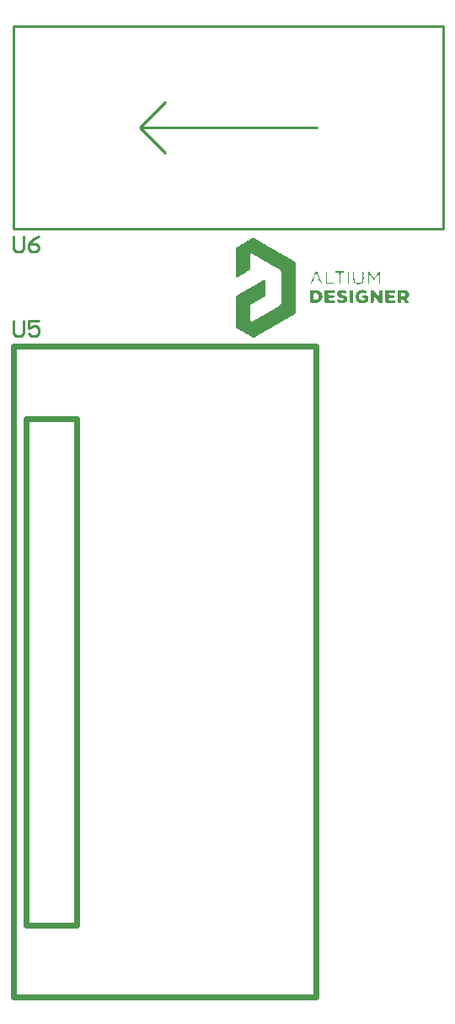
<source format=gbo>
G04*
G04 #@! TF.GenerationSoftware,Altium Limited,Altium Designer,18.1.9 (240)*
G04*
G04 Layer_Color=32896*
%FSLAX25Y25*%
%MOIN*%
G70*
G01*
G75*
%ADD10C,0.01000*%
%ADD12C,0.02362*%
G36*
X255481Y397739D02*
X255334D01*
Y397593D01*
Y397446D01*
Y397300D01*
Y397154D01*
Y397008D01*
Y396862D01*
Y396716D01*
Y396570D01*
Y396424D01*
Y396278D01*
Y396132D01*
X255481D01*
Y395985D01*
X255334D01*
Y395839D01*
X255481D01*
Y395693D01*
X255334D01*
Y395547D01*
X255481D01*
Y395401D01*
X255334D01*
Y395255D01*
X255481D01*
Y395109D01*
X255334D01*
Y394963D01*
X255481D01*
Y394817D01*
X255334D01*
Y394671D01*
X255481D01*
Y394524D01*
X255334D01*
Y394378D01*
X255481D01*
Y394232D01*
X255334D01*
Y394086D01*
X255481D01*
Y393940D01*
X255334D01*
Y393794D01*
X255481D01*
Y393648D01*
X255334D01*
Y393502D01*
Y393356D01*
X255481D01*
Y393210D01*
X255773D01*
Y393356D01*
Y393502D01*
Y393648D01*
Y393794D01*
Y393940D01*
Y394086D01*
Y394232D01*
Y394378D01*
Y394524D01*
Y394671D01*
Y394817D01*
Y394963D01*
Y395109D01*
Y395255D01*
Y395401D01*
Y395547D01*
Y395693D01*
Y395839D01*
Y395985D01*
Y396132D01*
Y396278D01*
X255919D01*
Y396424D01*
Y396570D01*
X256211D01*
Y396424D01*
X256357D01*
Y396278D01*
X256503D01*
Y396132D01*
X256649D01*
Y395985D01*
X256796D01*
Y395839D01*
X256942D01*
Y395693D01*
Y395547D01*
X257088D01*
Y395401D01*
X257234D01*
Y395255D01*
X257380D01*
Y395109D01*
Y394963D01*
X257526D01*
Y394817D01*
Y394671D01*
X257818D01*
Y394817D01*
X257964D01*
Y394963D01*
X258110D01*
Y395109D01*
Y395255D01*
X258257D01*
Y395401D01*
X258403D01*
Y395547D01*
X258549D01*
Y395693D01*
Y395839D01*
X258695D01*
Y395985D01*
X258841D01*
Y396132D01*
Y396278D01*
X258987D01*
Y396424D01*
X259133D01*
Y396570D01*
X259572D01*
Y396424D01*
X259718D01*
Y396278D01*
Y396132D01*
Y395985D01*
Y395839D01*
Y395693D01*
Y395547D01*
Y395401D01*
Y395255D01*
Y395109D01*
Y394963D01*
Y394817D01*
Y394671D01*
Y394524D01*
Y394378D01*
Y394232D01*
Y394086D01*
Y393940D01*
Y393794D01*
Y393648D01*
Y393502D01*
Y393356D01*
Y393210D01*
X259864D01*
Y393063D01*
X260010D01*
Y393210D01*
X260156D01*
Y393356D01*
Y393502D01*
Y393648D01*
Y393794D01*
Y393940D01*
Y394086D01*
Y394232D01*
Y394378D01*
Y394524D01*
Y394671D01*
Y394817D01*
Y394963D01*
Y395109D01*
Y395255D01*
Y395401D01*
Y395547D01*
Y395693D01*
Y395839D01*
Y395985D01*
Y396132D01*
Y396278D01*
Y396424D01*
Y396570D01*
Y396716D01*
Y396862D01*
Y397008D01*
Y397154D01*
Y397300D01*
Y397446D01*
Y397593D01*
Y397739D01*
X260010D01*
Y397885D01*
X259572D01*
Y397739D01*
X259425D01*
Y397593D01*
X259279D01*
Y397446D01*
Y397300D01*
X259133D01*
Y397154D01*
Y397008D01*
X258987D01*
Y396862D01*
X258841D01*
Y396716D01*
Y396570D01*
X258695D01*
Y396424D01*
Y396278D01*
X258549D01*
Y396132D01*
X258403D01*
Y395985D01*
X258257D01*
Y395839D01*
Y395693D01*
X258110D01*
Y395547D01*
X257380D01*
Y395693D01*
X257234D01*
Y395839D01*
Y395985D01*
X257088D01*
Y396132D01*
X256942D01*
Y396278D01*
X256796D01*
Y396424D01*
Y396570D01*
X256649D01*
Y396716D01*
Y396862D01*
X256503D01*
Y397008D01*
X256357D01*
Y397154D01*
Y397300D01*
X256211D01*
Y397446D01*
Y397593D01*
X256065D01*
Y397739D01*
X255919D01*
Y397885D01*
X255481D01*
Y397739D01*
D02*
G37*
G36*
X249636Y397593D02*
Y397446D01*
Y397300D01*
Y397154D01*
Y397008D01*
Y396862D01*
Y396716D01*
Y396570D01*
Y396424D01*
Y396278D01*
Y396132D01*
Y395985D01*
Y395839D01*
Y395693D01*
Y395547D01*
Y395401D01*
Y395255D01*
Y395109D01*
Y394963D01*
Y394817D01*
Y394671D01*
Y394524D01*
X249782D01*
Y394378D01*
Y394232D01*
Y394086D01*
Y393940D01*
X249929D01*
Y393794D01*
Y393648D01*
X250075D01*
Y393502D01*
X250221D01*
Y393356D01*
X250367D01*
Y393210D01*
X250513D01*
Y393063D01*
X251097D01*
Y392917D01*
X252266D01*
Y393063D01*
X252705D01*
Y393210D01*
X252997D01*
Y393356D01*
X253143D01*
Y393502D01*
X253289D01*
Y393648D01*
X253435D01*
Y393794D01*
Y393940D01*
X253581D01*
Y394086D01*
Y394232D01*
Y394378D01*
Y394524D01*
Y394671D01*
Y394817D01*
Y394963D01*
X253727D01*
Y395109D01*
X253581D01*
Y395255D01*
X253727D01*
Y395401D01*
X253581D01*
Y395547D01*
X253727D01*
Y395693D01*
Y395839D01*
Y395985D01*
X253581D01*
Y396132D01*
X253727D01*
Y396278D01*
X253581D01*
Y396424D01*
X253727D01*
Y396570D01*
X253581D01*
Y396716D01*
X253727D01*
Y396862D01*
Y397008D01*
Y397154D01*
X253581D01*
Y397300D01*
X253727D01*
Y397446D01*
X253581D01*
Y397593D01*
Y397739D01*
X253289D01*
Y397593D01*
Y397446D01*
Y397300D01*
Y397154D01*
Y397008D01*
Y396862D01*
Y396716D01*
Y396570D01*
Y396424D01*
Y396278D01*
Y396132D01*
Y395985D01*
Y395839D01*
Y395693D01*
Y395547D01*
Y395401D01*
Y395255D01*
Y395109D01*
Y394963D01*
Y394817D01*
Y394671D01*
Y394524D01*
Y394378D01*
X253143D01*
Y394232D01*
Y394086D01*
Y393940D01*
X252997D01*
Y393794D01*
X252851D01*
Y393648D01*
X252705D01*
Y393502D01*
X252412D01*
Y393356D01*
X250951D01*
Y393502D01*
X250659D01*
Y393648D01*
X250513D01*
Y393794D01*
X250367D01*
Y393940D01*
X250221D01*
Y394086D01*
Y394232D01*
X250075D01*
Y394378D01*
Y394524D01*
Y394671D01*
Y394817D01*
Y394963D01*
Y395109D01*
Y395255D01*
X249929D01*
Y395401D01*
Y395547D01*
Y395693D01*
Y395839D01*
Y395985D01*
Y396132D01*
Y396278D01*
Y396424D01*
Y396570D01*
Y396716D01*
Y396862D01*
Y397008D01*
Y397154D01*
Y397300D01*
Y397446D01*
Y397593D01*
Y397739D01*
X249636D01*
Y397593D01*
D02*
G37*
G36*
X256649Y390434D02*
X256503D01*
Y390287D01*
X256357D01*
Y390141D01*
Y389995D01*
Y389849D01*
Y389703D01*
Y389557D01*
Y389411D01*
Y389265D01*
Y389119D01*
Y388972D01*
Y388826D01*
Y388680D01*
Y388534D01*
Y388388D01*
Y388242D01*
Y388096D01*
Y387950D01*
Y387804D01*
Y387657D01*
Y387511D01*
Y387365D01*
Y387219D01*
Y387073D01*
Y386927D01*
Y386781D01*
Y386635D01*
Y386489D01*
Y386343D01*
Y386196D01*
Y386050D01*
Y385904D01*
Y385758D01*
X256503D01*
Y385612D01*
X257526D01*
Y385758D01*
Y385904D01*
Y386050D01*
X257672D01*
Y386196D01*
Y386343D01*
Y386489D01*
Y386635D01*
Y386781D01*
Y386927D01*
Y387073D01*
Y387219D01*
Y387365D01*
Y387511D01*
Y387657D01*
X257818D01*
Y387804D01*
X258257D01*
Y387657D01*
X258403D01*
Y387511D01*
Y387365D01*
X258549D01*
Y387219D01*
X258695D01*
Y387073D01*
X258841D01*
Y386927D01*
X258987D01*
Y386781D01*
Y386635D01*
X259133D01*
Y386489D01*
X259279D01*
Y386343D01*
X259425D01*
Y386196D01*
X259572D01*
Y386050D01*
Y385904D01*
X259718D01*
Y385758D01*
X259864D01*
Y385612D01*
X261033D01*
Y385758D01*
Y385904D01*
Y386050D01*
Y386196D01*
Y386343D01*
Y386489D01*
Y386635D01*
Y386781D01*
Y386927D01*
Y387073D01*
Y387219D01*
Y387365D01*
Y387511D01*
Y387657D01*
Y387804D01*
Y387950D01*
Y388096D01*
Y388242D01*
Y388388D01*
Y388534D01*
Y388680D01*
Y388826D01*
Y388972D01*
Y389119D01*
Y389265D01*
Y389411D01*
Y389557D01*
Y389703D01*
Y389849D01*
Y389995D01*
Y390141D01*
Y390287D01*
Y390434D01*
X260886D01*
Y390580D01*
X260010D01*
Y390434D01*
X259864D01*
Y390287D01*
Y390141D01*
Y389995D01*
Y389849D01*
Y389703D01*
Y389557D01*
Y389411D01*
Y389265D01*
Y389119D01*
Y388972D01*
X259718D01*
Y388826D01*
Y388680D01*
Y388534D01*
X259572D01*
Y388388D01*
X259279D01*
Y388534D01*
X259133D01*
Y388680D01*
X258987D01*
Y388826D01*
X258841D01*
Y388972D01*
Y389119D01*
X258695D01*
Y389265D01*
X258549D01*
Y389411D01*
X258403D01*
Y389557D01*
Y389703D01*
X258257D01*
Y389849D01*
X258110D01*
Y389995D01*
X257964D01*
Y390141D01*
X257818D01*
Y390287D01*
X257672D01*
Y390434D01*
X257526D01*
Y390580D01*
X256649D01*
Y390434D01*
D02*
G37*
G36*
X252851Y390580D02*
X252120D01*
Y390434D01*
X251682D01*
Y390287D01*
X251536D01*
Y390141D01*
X251390D01*
Y389995D01*
X251097D01*
Y389849D01*
X250951D01*
Y389703D01*
Y389557D01*
X250805D01*
Y389411D01*
Y389265D01*
X250659D01*
Y389119D01*
Y388972D01*
X250513D01*
Y388826D01*
Y388680D01*
Y388534D01*
Y388388D01*
X250367D01*
Y388242D01*
Y388096D01*
Y387950D01*
Y387804D01*
Y387657D01*
X250513D01*
Y387511D01*
Y387365D01*
Y387219D01*
Y387073D01*
X250659D01*
Y386927D01*
Y386781D01*
X250805D01*
Y386635D01*
X250951D01*
Y386489D01*
Y386343D01*
X251097D01*
Y386196D01*
X251244D01*
Y386050D01*
X251536D01*
Y385904D01*
X251682D01*
Y385758D01*
X251974D01*
Y385612D01*
X252558D01*
Y385466D01*
X253873D01*
Y385612D01*
X254458D01*
Y385758D01*
X254750D01*
Y385904D01*
X255042D01*
Y386050D01*
X255188D01*
Y386196D01*
X255334D01*
Y386343D01*
Y386489D01*
Y386635D01*
Y386781D01*
Y386927D01*
Y387073D01*
Y387219D01*
Y387365D01*
Y387511D01*
Y387657D01*
Y387804D01*
Y387950D01*
Y388096D01*
Y388242D01*
X255188D01*
Y388388D01*
X254458D01*
Y388534D01*
X254312D01*
Y388388D01*
X254166D01*
Y388534D01*
X254019D01*
Y388388D01*
X253289D01*
Y388242D01*
X253143D01*
Y388096D01*
Y387950D01*
Y387804D01*
X253289D01*
Y387657D01*
Y387511D01*
X253873D01*
Y387365D01*
X254019D01*
Y387219D01*
Y387073D01*
Y386927D01*
Y386781D01*
X253727D01*
Y386635D01*
X252705D01*
Y386781D01*
X252266D01*
Y386927D01*
X252120D01*
Y387073D01*
Y387219D01*
X251974D01*
Y387365D01*
Y387511D01*
X251828D01*
Y387657D01*
Y387804D01*
Y387950D01*
Y388096D01*
Y388242D01*
Y388388D01*
Y388534D01*
Y388680D01*
X251974D01*
Y388826D01*
Y388972D01*
X252120D01*
Y389119D01*
X252266D01*
Y389265D01*
X252412D01*
Y389411D01*
X252705D01*
Y389557D01*
X253581D01*
Y389411D01*
X254019D01*
Y389265D01*
X254458D01*
Y389411D01*
X254750D01*
Y389557D01*
Y389703D01*
X254896D01*
Y389849D01*
Y389995D01*
Y390141D01*
X254750D01*
Y390287D01*
X254604D01*
Y390434D01*
X254312D01*
Y390580D01*
X253435D01*
Y390726D01*
X252851D01*
Y390580D01*
D02*
G37*
G36*
X248468Y390434D02*
X248175D01*
Y390287D01*
Y390141D01*
Y389995D01*
Y389849D01*
Y389703D01*
Y389557D01*
Y389411D01*
Y389265D01*
Y389119D01*
Y388972D01*
Y388826D01*
Y388680D01*
Y388534D01*
Y388388D01*
Y388242D01*
Y388096D01*
Y387950D01*
Y387804D01*
Y387657D01*
Y387511D01*
Y387365D01*
Y387219D01*
Y387073D01*
Y386927D01*
Y386781D01*
Y386635D01*
Y386489D01*
Y386343D01*
Y386196D01*
Y386050D01*
Y385904D01*
Y385758D01*
X248322D01*
Y385612D01*
X249344D01*
Y385758D01*
Y385904D01*
X249490D01*
Y386050D01*
Y386196D01*
Y386343D01*
Y386489D01*
Y386635D01*
Y386781D01*
Y386927D01*
Y387073D01*
Y387219D01*
Y387365D01*
Y387511D01*
Y387657D01*
Y387804D01*
Y387950D01*
Y388096D01*
Y388242D01*
Y388388D01*
Y388534D01*
Y388680D01*
Y388826D01*
Y388972D01*
Y389119D01*
Y389265D01*
Y389411D01*
Y389557D01*
Y389703D01*
Y389849D01*
Y389995D01*
Y390141D01*
Y390287D01*
X249344D01*
Y390434D01*
X249198D01*
Y390580D01*
X248468D01*
Y390434D01*
D02*
G37*
G36*
X262494D02*
X262201D01*
Y390287D01*
Y390141D01*
Y389995D01*
Y389849D01*
Y389703D01*
Y389557D01*
Y389411D01*
Y389265D01*
Y389119D01*
Y388972D01*
Y388826D01*
Y388680D01*
Y388534D01*
Y388388D01*
Y388242D01*
Y388096D01*
Y387950D01*
Y387804D01*
Y387657D01*
Y387511D01*
Y387365D01*
Y387219D01*
Y387073D01*
Y386927D01*
Y386781D01*
Y386635D01*
Y386489D01*
Y386343D01*
Y386196D01*
Y386050D01*
Y385904D01*
Y385758D01*
X262348D01*
Y385612D01*
X266146D01*
Y385758D01*
Y385904D01*
X266292D01*
Y386050D01*
X266146D01*
Y386196D01*
Y386343D01*
Y386489D01*
X266000D01*
Y386635D01*
X263955D01*
Y386781D01*
X263662D01*
Y386927D01*
X263516D01*
Y387073D01*
Y387219D01*
X263662D01*
Y387365D01*
X263808D01*
Y387511D01*
X265270D01*
Y387657D01*
X265708D01*
Y387804D01*
X265854D01*
Y387950D01*
Y388096D01*
Y388242D01*
Y388388D01*
Y388534D01*
X264101D01*
Y388680D01*
X263662D01*
Y388826D01*
Y388972D01*
X263516D01*
Y389119D01*
X263662D01*
Y389265D01*
Y389411D01*
X263955D01*
Y389557D01*
X266000D01*
Y389703D01*
X266146D01*
Y389849D01*
Y389995D01*
Y390141D01*
Y390287D01*
Y390434D01*
X266000D01*
Y390580D01*
X262494D01*
Y390434D01*
D02*
G37*
G36*
X267461D02*
X267169D01*
Y390287D01*
Y390141D01*
Y389995D01*
Y389849D01*
Y389703D01*
Y389557D01*
Y389411D01*
Y389265D01*
Y389119D01*
Y388972D01*
Y388826D01*
Y388680D01*
Y388534D01*
Y388388D01*
Y388242D01*
Y388096D01*
Y387950D01*
Y387804D01*
Y387657D01*
Y387511D01*
Y387365D01*
Y387219D01*
Y387073D01*
Y386927D01*
Y386781D01*
Y386635D01*
Y386489D01*
Y386343D01*
Y386196D01*
Y386050D01*
Y385904D01*
Y385758D01*
X267315D01*
Y385612D01*
X268338D01*
Y385758D01*
X268484D01*
Y385904D01*
Y386050D01*
Y386196D01*
Y386343D01*
Y386489D01*
Y386635D01*
Y386781D01*
X268630D01*
Y386927D01*
X269360D01*
Y386781D01*
X269507D01*
Y386635D01*
Y386489D01*
X269653D01*
Y386343D01*
X269799D01*
Y386196D01*
X269945D01*
Y386050D01*
Y385904D01*
X270091D01*
Y385758D01*
X270237D01*
Y385612D01*
X271552D01*
Y385758D01*
Y385904D01*
X271406D01*
Y386050D01*
Y386196D01*
X271260D01*
Y386343D01*
X271114D01*
Y386489D01*
Y386635D01*
X270968D01*
Y386781D01*
X270821D01*
Y386927D01*
Y387073D01*
Y387219D01*
Y387365D01*
X270968D01*
Y387511D01*
Y387657D01*
X271114D01*
Y387804D01*
X271260D01*
Y387950D01*
X271406D01*
Y388096D01*
Y388242D01*
X271552D01*
Y388388D01*
Y388534D01*
X271698D01*
Y388680D01*
Y388826D01*
Y388972D01*
Y389119D01*
Y389265D01*
X271552D01*
Y389411D01*
Y389557D01*
Y389703D01*
X271406D01*
Y389849D01*
X271260D01*
Y389995D01*
X271114D01*
Y390141D01*
X270968D01*
Y390287D01*
X270821D01*
Y390434D01*
X270383D01*
Y390580D01*
X267461D01*
Y390434D01*
D02*
G37*
G36*
X209166Y411034D02*
Y410888D01*
Y410742D01*
X208873D01*
Y410596D01*
X208581D01*
Y410450D01*
X208435D01*
Y410304D01*
X208143D01*
Y410157D01*
X207851D01*
Y410011D01*
X207558D01*
Y409865D01*
X207266D01*
Y409719D01*
X207120D01*
Y409573D01*
X206828D01*
Y409427D01*
X206536D01*
Y409281D01*
X206243D01*
Y409135D01*
X206097D01*
Y408989D01*
X205805D01*
Y408843D01*
X205513D01*
Y408697D01*
X205221D01*
Y408550D01*
X205075D01*
Y408404D01*
X204782D01*
Y408258D01*
X204490D01*
Y408112D01*
X204344D01*
Y407966D01*
X204052D01*
Y407820D01*
X203760D01*
Y407674D01*
X203614D01*
Y407528D01*
X203321D01*
Y407382D01*
X203029D01*
Y407235D01*
Y407089D01*
Y406943D01*
Y406797D01*
Y406651D01*
Y406505D01*
Y406359D01*
Y406213D01*
Y406067D01*
Y405921D01*
Y405774D01*
Y405628D01*
Y405482D01*
Y405336D01*
Y405190D01*
Y405044D01*
Y404898D01*
Y404752D01*
Y404606D01*
Y404459D01*
Y404313D01*
Y404167D01*
Y404021D01*
Y403875D01*
Y403729D01*
Y403583D01*
Y403437D01*
Y403291D01*
Y403145D01*
Y402998D01*
Y402852D01*
Y402706D01*
Y402560D01*
Y402414D01*
Y402268D01*
Y402122D01*
Y401976D01*
Y401830D01*
Y401684D01*
Y401537D01*
Y401391D01*
Y401245D01*
Y401099D01*
Y400953D01*
Y400807D01*
Y400661D01*
Y400515D01*
Y400369D01*
Y400222D01*
Y400076D01*
Y399930D01*
Y399784D01*
Y399638D01*
Y399492D01*
Y399346D01*
Y399200D01*
Y399054D01*
Y398907D01*
Y398761D01*
Y398615D01*
Y398469D01*
Y398323D01*
Y398177D01*
Y398031D01*
Y397885D01*
Y397739D01*
Y397593D01*
Y397446D01*
Y397300D01*
Y397154D01*
Y397008D01*
Y396862D01*
Y396716D01*
Y396570D01*
Y396424D01*
Y396278D01*
Y396132D01*
Y395985D01*
Y395839D01*
Y395693D01*
Y395547D01*
X203467D01*
Y395693D01*
X203760D01*
Y395839D01*
X204052D01*
Y395985D01*
X204344D01*
Y396132D01*
X204490D01*
Y396278D01*
X204782D01*
Y396424D01*
X205075D01*
Y396570D01*
X205367D01*
Y396716D01*
X205659D01*
Y396862D01*
X205805D01*
Y397008D01*
X206097D01*
Y397154D01*
X206390D01*
Y397300D01*
X206682D01*
Y397446D01*
X206828D01*
Y397593D01*
X207120D01*
Y397739D01*
X207266D01*
Y397885D01*
X207558D01*
Y398031D01*
X207851D01*
Y398177D01*
X208143D01*
Y398323D01*
X208289D01*
Y398469D01*
X208581D01*
Y398615D01*
X208727D01*
Y398761D01*
X208873D01*
Y398907D01*
Y399054D01*
Y399200D01*
Y399346D01*
Y399492D01*
Y399638D01*
Y399784D01*
Y399930D01*
Y400076D01*
Y400222D01*
Y400369D01*
Y400515D01*
Y400661D01*
Y400807D01*
Y400953D01*
Y401099D01*
Y401245D01*
Y401391D01*
Y401537D01*
Y401684D01*
Y401830D01*
Y401976D01*
Y402122D01*
Y402268D01*
Y402414D01*
Y402560D01*
Y402706D01*
Y402852D01*
Y402998D01*
Y403145D01*
Y403291D01*
Y403437D01*
Y403583D01*
Y403729D01*
Y403875D01*
Y404021D01*
Y404167D01*
Y404313D01*
Y404459D01*
Y404606D01*
Y404752D01*
X209019D01*
Y404898D01*
X209166D01*
Y405044D01*
X209458D01*
Y404898D01*
X209750D01*
Y404752D01*
X210042D01*
Y404606D01*
X210334D01*
Y404459D01*
X210480D01*
Y404313D01*
X210773D01*
Y404167D01*
X211065D01*
Y404021D01*
X211357D01*
Y403875D01*
X211503D01*
Y403729D01*
X211795D01*
Y403583D01*
X212088D01*
Y403437D01*
X212380D01*
Y403291D01*
X212526D01*
Y403145D01*
X212818D01*
Y402998D01*
X212964D01*
Y402852D01*
X213403D01*
Y402706D01*
X213549D01*
Y402560D01*
X213841D01*
Y402414D01*
X214133D01*
Y402268D01*
X214425D01*
Y402122D01*
X214571D01*
Y401976D01*
X214864D01*
Y401830D01*
X215156D01*
Y401684D01*
X215448D01*
Y401537D01*
X215594D01*
Y401391D01*
X215886D01*
Y401245D01*
X216179D01*
Y401099D01*
X216325D01*
Y400953D01*
X216617D01*
Y400807D01*
X216909D01*
Y400661D01*
X217201D01*
Y400515D01*
X217494D01*
Y400369D01*
X217640D01*
Y400222D01*
X217932D01*
Y400076D01*
X218224D01*
Y399930D01*
X218370D01*
Y399784D01*
X218662D01*
Y399638D01*
X218954D01*
Y399492D01*
X219247D01*
Y399346D01*
X219393D01*
Y399200D01*
X219685D01*
Y399054D01*
X219977D01*
Y398907D01*
X220123D01*
Y398761D01*
X220416D01*
Y398615D01*
X220562D01*
Y398469D01*
X220708D01*
Y398323D01*
Y398177D01*
X220854D01*
Y398031D01*
Y397885D01*
X221000D01*
Y397739D01*
Y397593D01*
Y397446D01*
Y397300D01*
Y397154D01*
Y397008D01*
Y396862D01*
Y396716D01*
Y396570D01*
Y396424D01*
Y396278D01*
Y396132D01*
Y395985D01*
Y395839D01*
Y395693D01*
Y395547D01*
Y395401D01*
Y395255D01*
Y395109D01*
Y394963D01*
Y394817D01*
Y394671D01*
Y394524D01*
Y394378D01*
Y394232D01*
Y394086D01*
Y393940D01*
Y393794D01*
Y393648D01*
Y393502D01*
Y393356D01*
Y393210D01*
Y393063D01*
Y392917D01*
Y392771D01*
Y392625D01*
Y392479D01*
Y392333D01*
Y392187D01*
Y392041D01*
Y391895D01*
Y391748D01*
Y391602D01*
Y391456D01*
Y391310D01*
Y391164D01*
Y391018D01*
Y390872D01*
Y390726D01*
Y390580D01*
Y390434D01*
Y390287D01*
Y390141D01*
Y389995D01*
Y389849D01*
Y389703D01*
Y389557D01*
Y389411D01*
Y389265D01*
Y389119D01*
Y388972D01*
Y388826D01*
Y388680D01*
Y388534D01*
Y388388D01*
Y388242D01*
Y388096D01*
Y387950D01*
Y387804D01*
Y387657D01*
Y387511D01*
Y387365D01*
Y387219D01*
Y387073D01*
Y386927D01*
Y386781D01*
Y386635D01*
Y386489D01*
Y386343D01*
Y386196D01*
Y386050D01*
Y385904D01*
Y385758D01*
Y385612D01*
Y385466D01*
Y385320D01*
X220854D01*
Y385174D01*
Y385028D01*
Y384881D01*
X220708D01*
Y384735D01*
X220562D01*
Y384589D01*
X220416D01*
Y384443D01*
X220269D01*
Y384297D01*
X220123D01*
Y384151D01*
X219831D01*
Y384005D01*
X219539D01*
Y383859D01*
X219247D01*
Y383713D01*
X219101D01*
Y383567D01*
X218808D01*
Y383420D01*
X218516D01*
Y383274D01*
X218224D01*
Y383128D01*
X218078D01*
Y382982D01*
X217786D01*
Y382836D01*
X217494D01*
Y382690D01*
X217347D01*
Y382544D01*
X217055D01*
Y382398D01*
X216763D01*
Y382252D01*
X216471D01*
Y382105D01*
X216179D01*
Y381959D01*
X216033D01*
Y381813D01*
X215740D01*
Y381667D01*
X215448D01*
Y381521D01*
X215302D01*
Y381375D01*
X215010D01*
Y381229D01*
X214718D01*
Y381083D01*
X214425D01*
Y380937D01*
X214279D01*
Y380791D01*
X213987D01*
Y380644D01*
X213695D01*
Y380498D01*
X213403D01*
Y380352D01*
X213257D01*
Y380206D01*
X212964D01*
Y380060D01*
X212672D01*
Y379914D01*
X212380D01*
Y379768D01*
X212234D01*
Y379622D01*
X211942D01*
Y379476D01*
X211649D01*
Y379330D01*
X211357D01*
Y379184D01*
X211211D01*
Y379037D01*
X210919D01*
Y378891D01*
X210627D01*
Y378745D01*
X210334D01*
Y378599D01*
X210188D01*
Y378453D01*
X209896D01*
Y378307D01*
X209604D01*
Y378161D01*
X209019D01*
Y378307D01*
Y378453D01*
X208873D01*
Y378599D01*
Y378745D01*
Y378891D01*
Y379037D01*
Y379184D01*
Y379330D01*
Y379476D01*
Y379622D01*
Y379768D01*
Y379914D01*
Y380060D01*
Y380206D01*
Y380352D01*
Y380498D01*
Y380644D01*
Y380791D01*
Y380937D01*
Y381083D01*
Y381229D01*
Y381375D01*
Y381521D01*
Y381667D01*
Y381813D01*
Y381959D01*
Y382105D01*
Y382252D01*
Y382398D01*
Y382544D01*
Y382690D01*
Y382836D01*
Y382982D01*
Y383128D01*
Y383274D01*
Y383420D01*
Y383567D01*
Y383713D01*
Y383859D01*
Y384005D01*
Y384151D01*
Y384297D01*
Y384443D01*
Y384589D01*
Y384735D01*
X209019D01*
Y384881D01*
X209166D01*
Y385028D01*
X209312D01*
Y385174D01*
X209458D01*
Y385320D01*
X209750D01*
Y385466D01*
X210042D01*
Y385612D01*
X210334D01*
Y385758D01*
X210627D01*
Y385904D01*
X210773D01*
Y386050D01*
X211065D01*
Y386196D01*
X211357D01*
Y386343D01*
X211503D01*
Y386489D01*
X211795D01*
Y386635D01*
X212088D01*
Y386781D01*
X212380D01*
Y386927D01*
X212672D01*
Y387073D01*
X212818D01*
Y387219D01*
X213110D01*
Y387365D01*
X213403D01*
Y387511D01*
X213695D01*
Y387657D01*
X213841D01*
Y387804D01*
X214133D01*
Y387950D01*
X214425D01*
Y388096D01*
X214571D01*
Y388242D01*
X214718D01*
Y388388D01*
Y388534D01*
X214864D01*
Y388680D01*
Y388826D01*
Y388972D01*
Y389119D01*
Y389265D01*
Y389411D01*
Y389557D01*
Y389703D01*
Y389849D01*
Y389995D01*
Y390141D01*
Y390287D01*
Y390434D01*
Y390580D01*
Y390726D01*
Y390872D01*
Y391018D01*
Y391164D01*
Y391310D01*
Y391456D01*
Y391602D01*
Y391748D01*
Y391895D01*
Y392041D01*
Y392187D01*
Y392333D01*
Y392479D01*
Y392625D01*
Y392771D01*
Y392917D01*
Y393063D01*
Y393210D01*
Y393356D01*
Y393502D01*
Y393648D01*
Y393794D01*
Y393940D01*
Y394086D01*
Y394232D01*
Y394378D01*
Y394524D01*
X214718D01*
Y394671D01*
X214133D01*
Y394524D01*
X213841D01*
Y394378D01*
X213549D01*
Y394232D01*
X213257D01*
Y394086D01*
X213110D01*
Y393940D01*
X212818D01*
Y393794D01*
X212526D01*
Y393648D01*
X212380D01*
Y393502D01*
X212088D01*
Y393356D01*
X211795D01*
Y393210D01*
X211503D01*
Y393063D01*
X211357D01*
Y392917D01*
X211065D01*
Y392771D01*
X210773D01*
Y392625D01*
X210480D01*
Y392479D01*
X210334D01*
Y392333D01*
X210042D01*
Y392187D01*
X209750D01*
Y392041D01*
X209604D01*
Y391895D01*
X209312D01*
Y391748D01*
X209019D01*
Y391602D01*
X208727D01*
Y391456D01*
X208435D01*
Y391310D01*
X208289D01*
Y391164D01*
X207997D01*
Y391018D01*
X207704D01*
Y390872D01*
X207558D01*
Y390726D01*
X207266D01*
Y390580D01*
X206974D01*
Y390434D01*
X206682D01*
Y390287D01*
X206536D01*
Y390141D01*
X206243D01*
Y389995D01*
X205951D01*
Y389849D01*
X205805D01*
Y389703D01*
X205513D01*
Y389557D01*
X205221D01*
Y389411D01*
X204928D01*
Y389265D01*
X204782D01*
Y389119D01*
X204490D01*
Y388972D01*
X204198D01*
Y388826D01*
X204052D01*
Y388680D01*
X203760D01*
Y388534D01*
X203614D01*
Y388388D01*
X203321D01*
Y388242D01*
X203029D01*
Y388096D01*
Y387950D01*
Y387804D01*
Y387657D01*
Y387511D01*
Y387365D01*
Y387219D01*
Y387073D01*
Y386927D01*
Y386781D01*
Y386635D01*
Y386489D01*
Y386343D01*
Y386196D01*
Y386050D01*
Y385904D01*
Y385758D01*
Y385612D01*
Y385466D01*
Y385320D01*
Y385174D01*
Y385028D01*
Y384881D01*
Y384735D01*
Y384589D01*
Y384443D01*
Y384297D01*
Y384151D01*
Y384005D01*
Y383859D01*
Y383713D01*
Y383567D01*
Y383420D01*
Y383274D01*
Y383128D01*
Y382982D01*
Y382836D01*
Y382690D01*
Y382544D01*
Y382398D01*
Y382252D01*
Y382105D01*
Y381959D01*
Y381813D01*
Y381667D01*
Y381521D01*
Y381375D01*
Y381229D01*
Y381083D01*
Y380937D01*
Y380791D01*
Y380644D01*
Y380498D01*
Y380352D01*
Y380206D01*
Y380060D01*
Y379914D01*
Y379768D01*
Y379622D01*
Y379476D01*
Y379330D01*
Y379184D01*
Y379037D01*
Y378891D01*
Y378745D01*
Y378599D01*
Y378453D01*
Y378307D01*
Y378161D01*
Y378015D01*
Y377869D01*
Y377722D01*
Y377576D01*
Y377430D01*
Y377284D01*
Y377138D01*
Y376992D01*
Y376846D01*
Y376700D01*
Y376554D01*
Y376408D01*
Y376261D01*
Y376115D01*
Y375969D01*
Y375823D01*
Y375677D01*
X203467D01*
Y375531D01*
X203614D01*
Y375385D01*
X203906D01*
Y375239D01*
X204198D01*
Y375093D01*
X204490D01*
Y374946D01*
X204636D01*
Y374800D01*
X204928D01*
Y374654D01*
X205075D01*
Y374508D01*
X205367D01*
Y374362D01*
X205659D01*
Y374216D01*
X205951D01*
Y374070D01*
X206243D01*
Y373924D01*
X206390D01*
Y373778D01*
X206682D01*
Y373632D01*
X206974D01*
Y373485D01*
X207120D01*
Y373339D01*
X207412D01*
Y373193D01*
X207704D01*
Y373047D01*
X207997D01*
Y372901D01*
X208289D01*
Y372755D01*
X208435D01*
Y372609D01*
X208727D01*
Y372463D01*
X209019D01*
Y372317D01*
X209166D01*
Y372170D01*
X209312D01*
Y372024D01*
X209458D01*
Y371878D01*
X210773D01*
Y372024D01*
X210919D01*
Y372170D01*
Y372317D01*
X211211D01*
Y372463D01*
X211503D01*
Y372609D01*
X211649D01*
Y372755D01*
X211942D01*
Y372901D01*
X212234D01*
Y373047D01*
X212526D01*
Y373193D01*
X212672D01*
Y373339D01*
X212964D01*
Y373485D01*
X213257D01*
Y373632D01*
X213403D01*
Y373778D01*
X213695D01*
Y373924D01*
X213987D01*
Y374070D01*
X214133D01*
Y374216D01*
X214571D01*
Y374362D01*
X214718D01*
Y374508D01*
X215010D01*
Y374654D01*
X215302D01*
Y374800D01*
X215594D01*
Y374946D01*
X215740D01*
Y375093D01*
X216033D01*
Y375239D01*
X216325D01*
Y375385D01*
X216471D01*
Y375531D01*
X216763D01*
Y375677D01*
X217055D01*
Y375823D01*
X217347D01*
Y375969D01*
X217494D01*
Y376115D01*
X217786D01*
Y376261D01*
X218078D01*
Y376408D01*
X218370D01*
Y376554D01*
X218516D01*
Y376700D01*
X218808D01*
Y376846D01*
X219101D01*
Y376992D01*
X219393D01*
Y377138D01*
X219685D01*
Y377284D01*
X219831D01*
Y377430D01*
X220123D01*
Y377576D01*
X220416D01*
Y377722D01*
X220562D01*
Y377869D01*
X220854D01*
Y378015D01*
X221146D01*
Y378161D01*
X221438D01*
Y378307D01*
X221584D01*
Y378453D01*
X221877D01*
Y378599D01*
X222169D01*
Y378745D01*
X222315D01*
Y378891D01*
X222607D01*
Y379037D01*
X222899D01*
Y379184D01*
X223192D01*
Y379330D01*
X223484D01*
Y379476D01*
X223630D01*
Y379622D01*
X223922D01*
Y379768D01*
X224068D01*
Y379914D01*
X224360D01*
Y380060D01*
X224653D01*
Y380206D01*
X224945D01*
Y380352D01*
X225237D01*
Y380498D01*
X225529D01*
Y380644D01*
X225675D01*
Y380791D01*
X225968D01*
Y380937D01*
X226260D01*
Y381083D01*
Y381229D01*
X226406D01*
Y381375D01*
X226552D01*
Y381521D01*
X226698D01*
Y381667D01*
Y381813D01*
Y381959D01*
Y382105D01*
X226844D01*
Y382252D01*
Y382398D01*
Y382544D01*
Y382690D01*
Y382836D01*
Y382982D01*
Y383128D01*
Y383274D01*
Y383420D01*
Y383567D01*
Y383713D01*
Y383859D01*
Y384005D01*
Y384151D01*
Y384297D01*
Y384443D01*
Y384589D01*
Y384735D01*
Y384881D01*
Y385028D01*
Y385174D01*
Y385320D01*
Y385466D01*
Y385612D01*
Y385758D01*
Y385904D01*
Y386050D01*
Y386196D01*
Y386343D01*
Y386489D01*
Y386635D01*
Y386781D01*
Y386927D01*
Y387073D01*
Y387219D01*
Y387365D01*
Y387511D01*
Y387657D01*
Y387804D01*
Y387950D01*
Y388096D01*
Y388242D01*
Y388388D01*
Y388534D01*
Y388680D01*
Y388826D01*
Y388972D01*
Y389119D01*
Y389265D01*
Y389411D01*
Y389557D01*
Y389703D01*
Y389849D01*
Y389995D01*
Y390141D01*
Y390287D01*
Y390434D01*
Y390580D01*
Y390726D01*
Y390872D01*
Y391018D01*
Y391164D01*
Y391310D01*
Y391456D01*
Y391602D01*
Y391748D01*
Y391895D01*
Y392041D01*
Y392187D01*
Y392333D01*
Y392479D01*
Y392625D01*
Y392771D01*
Y392917D01*
Y393063D01*
Y393210D01*
Y393356D01*
Y393502D01*
Y393648D01*
Y393794D01*
Y393940D01*
Y394086D01*
Y394232D01*
Y394378D01*
Y394524D01*
Y394671D01*
Y394817D01*
Y394963D01*
Y395109D01*
Y395255D01*
Y395401D01*
Y395547D01*
Y395693D01*
Y395839D01*
Y395985D01*
Y396132D01*
Y396278D01*
Y396424D01*
Y396570D01*
Y396716D01*
Y396862D01*
Y397008D01*
Y397154D01*
Y397300D01*
Y397446D01*
Y397593D01*
Y397739D01*
Y397885D01*
Y398031D01*
Y398177D01*
Y398323D01*
Y398469D01*
Y398615D01*
Y398761D01*
Y398907D01*
Y399054D01*
Y399200D01*
Y399346D01*
Y399492D01*
Y399638D01*
Y399784D01*
Y399930D01*
Y400076D01*
Y400222D01*
Y400369D01*
Y400515D01*
Y400661D01*
Y400807D01*
Y400953D01*
X226698D01*
Y401099D01*
Y401245D01*
Y401391D01*
X226552D01*
Y401537D01*
X226406D01*
Y401684D01*
Y401830D01*
X226260D01*
Y401976D01*
X226114D01*
Y402122D01*
X225821D01*
Y402268D01*
X225529D01*
Y402414D01*
X225237D01*
Y402560D01*
X225091D01*
Y402706D01*
X224799D01*
Y402852D01*
X224506D01*
Y402998D01*
X224360D01*
Y403145D01*
X224068D01*
Y403291D01*
X223776D01*
Y403437D01*
X223484D01*
Y403583D01*
X223338D01*
Y403729D01*
X223045D01*
Y403875D01*
X222753D01*
Y404021D01*
X222461D01*
Y404167D01*
X222169D01*
Y404313D01*
X222023D01*
Y404459D01*
X221730D01*
Y404606D01*
X221438D01*
Y404752D01*
X221292D01*
Y404898D01*
X221000D01*
Y405044D01*
X220708D01*
Y405190D01*
X220416D01*
Y405336D01*
X220269D01*
Y405482D01*
X219977D01*
Y405628D01*
X219685D01*
Y405774D01*
X219539D01*
Y405921D01*
X219101D01*
Y406067D01*
X218954D01*
Y406213D01*
X218662D01*
Y406359D01*
X218516D01*
Y406505D01*
X218224D01*
Y406651D01*
X218078D01*
Y406797D01*
X217640D01*
Y406943D01*
X217494D01*
Y407089D01*
X217201D01*
Y407235D01*
X216909D01*
Y407382D01*
X216617D01*
Y407528D01*
X216471D01*
Y407674D01*
X216179D01*
Y407820D01*
X215886D01*
Y407966D01*
X215594D01*
Y408112D01*
X215448D01*
Y408258D01*
X215156D01*
Y408404D01*
X214864D01*
Y408550D01*
X214718D01*
Y408697D01*
X214425D01*
Y408843D01*
X214133D01*
Y408989D01*
X213841D01*
Y409135D01*
X213549D01*
Y409281D01*
X213403D01*
Y409427D01*
X213110D01*
Y409573D01*
X212818D01*
Y409719D01*
X212672D01*
Y409865D01*
X212380D01*
Y410011D01*
X212088D01*
Y410157D01*
X211795D01*
Y410304D01*
X211649D01*
Y410450D01*
X211357D01*
Y410596D01*
X211065D01*
Y410742D01*
X210919D01*
Y410888D01*
X210773D01*
Y411034D01*
Y411180D01*
X209166D01*
Y411034D01*
D02*
G37*
G36*
X242623Y397885D02*
X242477D01*
Y397739D01*
X242623D01*
Y397593D01*
X243646D01*
Y397446D01*
X243792D01*
Y397300D01*
X243938D01*
Y397154D01*
Y397008D01*
X244085D01*
Y396862D01*
Y396716D01*
Y396570D01*
Y396424D01*
Y396278D01*
Y396132D01*
Y395985D01*
Y395839D01*
Y395693D01*
Y395547D01*
Y395401D01*
Y395255D01*
Y395109D01*
Y394963D01*
Y394817D01*
Y394671D01*
Y394524D01*
Y394378D01*
Y394232D01*
Y394086D01*
Y393940D01*
Y393794D01*
Y393648D01*
Y393502D01*
Y393356D01*
Y393210D01*
X244377D01*
Y393356D01*
Y393502D01*
Y393648D01*
Y393794D01*
Y393940D01*
Y394086D01*
Y394232D01*
Y394378D01*
Y394524D01*
Y394671D01*
Y394817D01*
Y394963D01*
Y395109D01*
Y395255D01*
Y395401D01*
Y395547D01*
Y395693D01*
Y395839D01*
Y395985D01*
Y396132D01*
Y396278D01*
Y396424D01*
Y396570D01*
Y396716D01*
Y396862D01*
Y397008D01*
X244523D01*
Y397154D01*
Y397300D01*
X244669D01*
Y397446D01*
X244815D01*
Y397593D01*
X245838D01*
Y397739D01*
X245984D01*
Y397885D01*
X245838D01*
Y398031D01*
X242623D01*
Y397885D01*
D02*
G37*
G36*
X247591Y397739D02*
Y397593D01*
Y397446D01*
Y397300D01*
Y397154D01*
Y397008D01*
Y396862D01*
Y396716D01*
Y396570D01*
Y396424D01*
Y396278D01*
Y396132D01*
Y395985D01*
Y395839D01*
Y395693D01*
Y395547D01*
Y395401D01*
Y395255D01*
Y395109D01*
Y394963D01*
Y394817D01*
Y394671D01*
Y394524D01*
Y394378D01*
Y394232D01*
Y394086D01*
Y393940D01*
Y393794D01*
Y393648D01*
Y393502D01*
Y393356D01*
Y393210D01*
X247883D01*
Y393356D01*
Y393502D01*
Y393648D01*
Y393794D01*
Y393940D01*
Y394086D01*
Y394232D01*
Y394378D01*
Y394524D01*
Y394671D01*
Y394817D01*
Y394963D01*
Y395109D01*
Y395255D01*
Y395401D01*
Y395547D01*
Y395693D01*
Y395839D01*
Y395985D01*
Y396132D01*
Y396278D01*
Y396424D01*
Y396570D01*
Y396716D01*
Y396862D01*
Y397008D01*
Y397154D01*
Y397300D01*
Y397446D01*
Y397593D01*
Y397739D01*
Y397885D01*
X247591D01*
Y397739D01*
D02*
G37*
G36*
X234588D02*
Y397593D01*
X234442D01*
Y397446D01*
Y397300D01*
Y397154D01*
X234296D01*
Y397008D01*
Y396862D01*
X234149D01*
Y396716D01*
Y396570D01*
X234003D01*
Y396424D01*
Y396278D01*
Y396132D01*
X233857D01*
Y395985D01*
Y395839D01*
X233711D01*
Y395693D01*
Y395547D01*
X233565D01*
Y395401D01*
Y395255D01*
X233419D01*
Y395109D01*
Y394963D01*
X233273D01*
Y394817D01*
Y394671D01*
X233127D01*
Y394524D01*
Y394378D01*
Y394232D01*
X232980D01*
Y394086D01*
Y393940D01*
X232834D01*
Y393794D01*
Y393648D01*
X232688D01*
Y393502D01*
Y393356D01*
Y393210D01*
Y393063D01*
X232834D01*
Y393210D01*
X232980D01*
Y393356D01*
Y393502D01*
X233127D01*
Y393648D01*
Y393794D01*
X233273D01*
Y393940D01*
X233419D01*
Y394086D01*
X233565D01*
Y394232D01*
X233711D01*
Y394378D01*
X236195D01*
Y394232D01*
X236341D01*
Y394086D01*
X236487D01*
Y393940D01*
X236633D01*
Y393794D01*
X236779D01*
Y393648D01*
Y393502D01*
Y393356D01*
X236925D01*
Y393210D01*
X237218D01*
Y393356D01*
Y393502D01*
Y393648D01*
X237071D01*
Y393794D01*
Y393940D01*
X236925D01*
Y394086D01*
Y394232D01*
Y394378D01*
X236779D01*
Y394524D01*
Y394671D01*
X236633D01*
Y394817D01*
Y394963D01*
X236487D01*
Y395109D01*
Y395255D01*
X236341D01*
Y395401D01*
Y395547D01*
X236195D01*
Y395693D01*
Y395839D01*
Y395985D01*
X236049D01*
Y396132D01*
Y396278D01*
X235903D01*
Y396424D01*
Y396570D01*
X235756D01*
Y396716D01*
Y396862D01*
X235610D01*
Y397008D01*
Y397154D01*
X235464D01*
Y397300D01*
Y397446D01*
X235318D01*
Y397593D01*
Y397739D01*
X235172D01*
Y397885D01*
X234588D01*
Y397739D01*
D02*
G37*
G36*
X238825D02*
X238679D01*
Y397593D01*
X238825D01*
Y397446D01*
X238679D01*
Y397300D01*
Y397154D01*
Y397008D01*
X238825D01*
Y396862D01*
X238679D01*
Y396716D01*
X238825D01*
Y396570D01*
X238679D01*
Y396424D01*
X238825D01*
Y396278D01*
X238679D01*
Y396132D01*
Y395985D01*
Y395839D01*
X238825D01*
Y395693D01*
X238679D01*
Y395547D01*
X238825D01*
Y395401D01*
X238679D01*
Y395255D01*
X238825D01*
Y395109D01*
X238679D01*
Y394963D01*
Y394817D01*
Y394671D01*
X238825D01*
Y394524D01*
X238679D01*
Y394378D01*
Y394232D01*
Y394086D01*
X238825D01*
Y393940D01*
X238679D01*
Y393794D01*
Y393648D01*
Y393502D01*
Y393356D01*
Y393210D01*
X238825D01*
Y393063D01*
X241893D01*
Y393210D01*
X241747D01*
Y393356D01*
X239555D01*
Y393502D01*
X239263D01*
Y393648D01*
X239117D01*
Y393794D01*
Y393940D01*
Y394086D01*
Y394232D01*
Y394378D01*
Y394524D01*
Y394671D01*
Y394817D01*
Y394963D01*
Y395109D01*
Y395255D01*
Y395401D01*
Y395547D01*
Y395693D01*
Y395839D01*
Y395985D01*
Y396132D01*
Y396278D01*
Y396424D01*
Y396570D01*
Y396716D01*
Y396862D01*
Y397008D01*
Y397154D01*
Y397300D01*
Y397446D01*
Y397593D01*
Y397739D01*
X238971D01*
Y397885D01*
X238825D01*
Y397739D01*
D02*
G37*
G36*
X232688Y390434D02*
X232542D01*
Y390287D01*
Y390141D01*
Y389995D01*
Y389849D01*
Y389703D01*
Y389557D01*
Y389411D01*
Y389265D01*
Y389119D01*
Y388972D01*
Y388826D01*
Y388680D01*
Y388534D01*
Y388388D01*
Y388242D01*
Y388096D01*
Y387950D01*
Y387804D01*
Y387657D01*
Y387511D01*
Y387365D01*
Y387219D01*
Y387073D01*
Y386927D01*
Y386781D01*
Y386635D01*
Y386489D01*
Y386343D01*
Y386196D01*
Y386050D01*
Y385904D01*
Y385758D01*
X232688D01*
Y385612D01*
X235464D01*
Y385758D01*
X235756D01*
Y385904D01*
X236195D01*
Y386050D01*
X236341D01*
Y386196D01*
X236487D01*
Y386343D01*
X236633D01*
Y386489D01*
X236779D01*
Y386635D01*
X236925D01*
Y386781D01*
X237071D01*
Y386927D01*
Y387073D01*
Y387219D01*
X237218D01*
Y387365D01*
Y387511D01*
Y387657D01*
X237364D01*
Y387804D01*
Y387950D01*
Y388096D01*
Y388242D01*
Y388388D01*
Y388534D01*
X237218D01*
Y388680D01*
Y388826D01*
Y388972D01*
Y389119D01*
X237071D01*
Y389265D01*
Y389411D01*
X236925D01*
Y389557D01*
X236779D01*
Y389703D01*
Y389849D01*
X236633D01*
Y389995D01*
X236341D01*
Y390141D01*
X236049D01*
Y390287D01*
X235903D01*
Y390434D01*
X235318D01*
Y390580D01*
X232688D01*
Y390434D01*
D02*
G37*
G36*
X238532D02*
X238240D01*
Y390287D01*
Y390141D01*
Y389995D01*
Y389849D01*
Y389703D01*
Y389557D01*
Y389411D01*
Y389265D01*
Y389119D01*
Y388972D01*
Y388826D01*
Y388680D01*
Y388534D01*
Y388388D01*
Y388242D01*
Y388096D01*
Y387950D01*
Y387804D01*
Y387657D01*
Y387511D01*
Y387365D01*
Y387219D01*
Y387073D01*
Y386927D01*
Y386781D01*
Y386635D01*
Y386489D01*
Y386343D01*
Y386196D01*
Y386050D01*
Y385904D01*
Y385758D01*
X238386D01*
Y385612D01*
X242185D01*
Y385758D01*
X242331D01*
Y385904D01*
Y386050D01*
Y386196D01*
Y386343D01*
X242185D01*
Y386489D01*
Y386635D01*
X239994D01*
Y386781D01*
X239701D01*
Y386927D01*
Y387073D01*
Y387219D01*
Y387365D01*
X239847D01*
Y387511D01*
X241308D01*
Y387657D01*
X241893D01*
Y387804D01*
Y387950D01*
X242039D01*
Y388096D01*
Y388242D01*
Y388388D01*
X241893D01*
Y388534D01*
X240286D01*
Y388680D01*
X239847D01*
Y388826D01*
X239701D01*
Y388972D01*
X239555D01*
Y389119D01*
X239701D01*
Y389265D01*
Y389411D01*
X239994D01*
Y389557D01*
X242039D01*
Y389703D01*
X242185D01*
Y389849D01*
X242331D01*
Y389995D01*
Y390141D01*
Y390287D01*
X242185D01*
Y390434D01*
X242039D01*
Y390580D01*
X238532D01*
Y390434D01*
D02*
G37*
G36*
X244085D02*
X243792D01*
Y390287D01*
X243646D01*
Y390141D01*
X243500D01*
Y389995D01*
X243354D01*
Y389849D01*
Y389703D01*
X243208D01*
Y389557D01*
Y389411D01*
Y389265D01*
Y389119D01*
Y388972D01*
Y388826D01*
Y388680D01*
Y388534D01*
X243354D01*
Y388388D01*
Y388242D01*
X243500D01*
Y388096D01*
X243646D01*
Y387950D01*
X243938D01*
Y387804D01*
X244231D01*
Y387657D01*
X244669D01*
Y387511D01*
X245253D01*
Y387365D01*
X245546D01*
Y387219D01*
X245692D01*
Y387073D01*
Y386927D01*
Y386781D01*
X245546D01*
Y386635D01*
X244377D01*
Y386781D01*
X243938D01*
Y386927D01*
X243500D01*
Y386781D01*
X243208D01*
Y386635D01*
Y386489D01*
X243062D01*
Y386343D01*
Y386196D01*
X243208D01*
Y386050D01*
X243354D01*
Y385904D01*
X243646D01*
Y385758D01*
X243938D01*
Y385612D01*
X244523D01*
Y385466D01*
X245838D01*
Y385612D01*
X246276D01*
Y385758D01*
X246568D01*
Y385904D01*
X246714D01*
Y386050D01*
X246860D01*
Y386196D01*
X247007D01*
Y386343D01*
Y386489D01*
X247153D01*
Y386635D01*
Y386781D01*
X247299D01*
Y386927D01*
Y387073D01*
Y387219D01*
X247153D01*
Y387365D01*
Y387511D01*
Y387657D01*
X247007D01*
Y387804D01*
Y387950D01*
X246860D01*
Y388096D01*
X246568D01*
Y388242D01*
X246422D01*
Y388388D01*
X245984D01*
Y388534D01*
X245546D01*
Y388680D01*
X244961D01*
Y388826D01*
X244815D01*
Y388972D01*
X244669D01*
Y389119D01*
Y389265D01*
Y389411D01*
X244815D01*
Y389557D01*
X245692D01*
Y389411D01*
X246130D01*
Y389265D01*
X246422D01*
Y389411D01*
X246714D01*
Y389557D01*
X246860D01*
Y389703D01*
Y389849D01*
Y389995D01*
Y390141D01*
X246714D01*
Y390287D01*
X246568D01*
Y390434D01*
X246276D01*
Y390580D01*
X244085D01*
Y390434D01*
D02*
G37*
%LPC*%
G36*
X268922Y389557D02*
X269653D01*
Y389411D01*
X269945D01*
Y389265D01*
X270091D01*
Y389119D01*
X270237D01*
Y388972D01*
Y388826D01*
Y388680D01*
Y388534D01*
Y388388D01*
X269945D01*
Y388242D01*
X269653D01*
Y388096D01*
X268922D01*
Y388242D01*
X268630D01*
Y388388D01*
X268484D01*
Y388534D01*
Y388680D01*
Y388826D01*
Y388972D01*
Y389119D01*
X268630D01*
Y389265D01*
Y389411D01*
X268922D01*
Y389557D01*
D02*
G37*
G36*
X234734Y397008D02*
X235318D01*
Y396862D01*
Y396716D01*
X235464D01*
Y396570D01*
Y396424D01*
Y396278D01*
X235610D01*
Y396132D01*
X235756D01*
Y395985D01*
Y395839D01*
Y395693D01*
X235903D01*
Y395547D01*
Y395401D01*
X236049D01*
Y395255D01*
Y395109D01*
Y394963D01*
X235903D01*
Y394817D01*
X235610D01*
Y394671D01*
X234149D01*
Y394817D01*
X234003D01*
Y394963D01*
X233857D01*
Y395109D01*
Y395255D01*
Y395401D01*
Y395547D01*
X234003D01*
Y395693D01*
Y395839D01*
X234149D01*
Y395985D01*
X234296D01*
Y396132D01*
Y396278D01*
Y396424D01*
X234442D01*
Y396570D01*
Y396716D01*
X234588D01*
Y396862D01*
X234734D01*
Y397008D01*
D02*
G37*
G36*
X234442Y389557D02*
X234588D01*
Y389411D01*
X235026D01*
Y389265D01*
X235464D01*
Y389119D01*
X235610D01*
Y388972D01*
X235756D01*
Y388826D01*
Y388680D01*
X235903D01*
Y388534D01*
Y388388D01*
Y388242D01*
Y388096D01*
Y387950D01*
Y387804D01*
Y387657D01*
Y387511D01*
X235756D01*
Y387365D01*
Y387219D01*
X235610D01*
Y387073D01*
X235464D01*
Y386927D01*
X235172D01*
Y386781D01*
X234003D01*
Y386927D01*
X233857D01*
Y387073D01*
Y387219D01*
Y387365D01*
Y387511D01*
Y387657D01*
Y387804D01*
Y387950D01*
Y388096D01*
Y388242D01*
Y388388D01*
Y388534D01*
Y388680D01*
Y388826D01*
Y388972D01*
Y389119D01*
X234003D01*
Y389265D01*
Y389411D01*
X234442D01*
Y389557D01*
D02*
G37*
%LPD*%
D10*
X175000Y465000D02*
X165000Y455000D01*
X175000Y445000D02*
X165000Y455000D01*
X235000D02*
X165000D01*
X285000Y415000D02*
X115000D01*
Y495000D01*
X285000D02*
X115000D01*
X285000Y415000D02*
Y495000D01*
X115000Y411998D02*
Y407000D01*
X116000Y406000D01*
X117999D01*
X118999Y407000D01*
Y411998D01*
X124997D02*
X122997Y410998D01*
X120998Y408999D01*
Y407000D01*
X121998Y406000D01*
X123997D01*
X124997Y407000D01*
Y407999D01*
X123997Y408999D01*
X120998D01*
X115100Y378498D02*
Y373500D01*
X116100Y372500D01*
X118099D01*
X119099Y373500D01*
Y378498D01*
X125097D02*
X121098D01*
Y375499D01*
X123097Y376499D01*
X124097D01*
X125097Y375499D01*
Y373500D01*
X124097Y372500D01*
X122098D01*
X121098Y373500D01*
D12*
X234882Y111653D02*
X115276D01*
Y368347D01*
X140000Y140000D02*
X120000D01*
Y335000D01*
Y340000D01*
X140000D02*
X120000D01*
X140000Y140000D02*
Y340000D01*
X234882Y368347D02*
X115276D01*
X234882Y111653D02*
Y368347D01*
M02*

</source>
